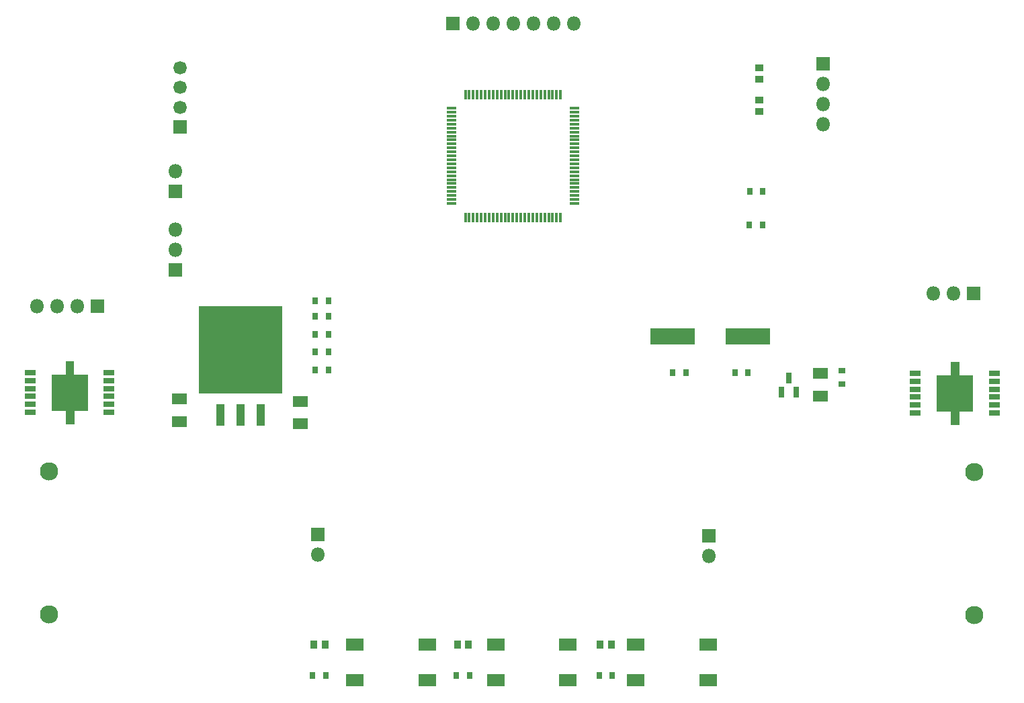
<source format=gbr>
%TF.GenerationSoftware,KiCad,Pcbnew,(5.1.6)-1*%
%TF.CreationDate,2020-09-14T15:10:25-05:00*%
%TF.ProjectId,Follower_Line_PCB_IM,466f6c6c-6f77-4657-925f-4c696e655f50,Iron Makers*%
%TF.SameCoordinates,Original*%
%TF.FileFunction,Soldermask,Top*%
%TF.FilePolarity,Negative*%
%FSLAX46Y46*%
G04 Gerber Fmt 4.6, Leading zero omitted, Abs format (unit mm)*
G04 Created by KiCad (PCBNEW (5.1.6)-1) date 2020-09-14 15:10:25*
%MOMM*%
%LPD*%
G01*
G04 APERTURE LIST*
%ADD10C,0.010000*%
%ADD11R,2.208200X1.497000*%
%ADD12R,1.450000X0.750000*%
%ADD13R,1.300000X0.399999*%
%ADD14R,0.399999X1.300000*%
%ADD15C,2.300000*%
%ADD16R,1.800000X1.800000*%
%ADD17O,1.800000X1.800000*%
%ADD18R,0.755600X0.900000*%
%ADD19R,1.852600X1.319200*%
%ADD20R,0.900000X0.755600*%
%ADD21C,1.690000*%
%ADD22R,1.690000X1.690000*%
%ADD23R,0.811200X0.989000*%
%ADD24R,0.989000X0.811200*%
%ADD25R,10.564800X10.971200*%
%ADD26R,1.116000X2.792400*%
%ADD27R,5.600000X2.100000*%
%ADD28R,0.658800X1.420800*%
G04 APERTURE END LIST*
D10*
%TO.C,DMB1*%
G36*
X190896600Y-101236700D02*
G01*
X195403300Y-101235850D01*
X195421700Y-105784150D01*
X190915000Y-105785000D01*
X190896600Y-101236700D01*
G37*
X190896600Y-101236700D02*
X195403300Y-101235850D01*
X195421700Y-105784150D01*
X190915000Y-105785000D01*
X190896600Y-101236700D01*
G36*
X192732800Y-99547600D02*
G01*
X193682800Y-99547600D01*
X193687900Y-107457200D01*
X192737900Y-107457200D01*
X192732800Y-99547600D01*
G37*
X192732800Y-99547600D02*
X193682800Y-99547600D01*
X193687900Y-107457200D01*
X192737900Y-107457200D01*
X192732800Y-99547600D01*
%TO.C,DMA1*%
G36*
X79376600Y-101146700D02*
G01*
X83883300Y-101145850D01*
X83901700Y-105694150D01*
X79395000Y-105695000D01*
X79376600Y-101146700D01*
G37*
X79376600Y-101146700D02*
X83883300Y-101145850D01*
X83901700Y-105694150D01*
X79395000Y-105695000D01*
X79376600Y-101146700D01*
G36*
X81212800Y-99457600D02*
G01*
X82162800Y-99457600D01*
X82167900Y-107367200D01*
X81217900Y-107367200D01*
X81212800Y-99457600D01*
G37*
X81212800Y-99457600D02*
X82162800Y-99457600D01*
X82167900Y-107367200D01*
X81217900Y-107367200D01*
X81212800Y-99457600D01*
%TD*%
D11*
%TO.C,RESET1*%
X162123200Y-135230000D03*
X162123200Y-139725800D03*
X153030000Y-139725800D03*
X153030000Y-135230000D03*
%TD*%
%TO.C,BOOT0*%
X126713200Y-135230000D03*
X126713200Y-139725800D03*
X117620000Y-139725800D03*
X117620000Y-135230000D03*
%TD*%
%TO.C,AM1*%
X144453200Y-135230000D03*
X144453200Y-139725800D03*
X135360000Y-139725800D03*
X135360000Y-135230000D03*
%TD*%
D12*
%TO.C,DMB1*%
X198165000Y-101010000D03*
X198165000Y-102010000D03*
X198165000Y-103010000D03*
X198165000Y-104010000D03*
X198165000Y-105010000D03*
X198165000Y-106010000D03*
X188215000Y-106010000D03*
X188215000Y-105010000D03*
X188215000Y-104010000D03*
X188215000Y-103010000D03*
X188215000Y-102010000D03*
X188215000Y-101010000D03*
%TD*%
%TO.C,DMA1*%
X86645000Y-100920000D03*
X86645000Y-101920000D03*
X86645000Y-102920000D03*
X86645000Y-103920000D03*
X86645000Y-104920000D03*
X86645000Y-105920000D03*
X76695000Y-105920000D03*
X76695000Y-104920000D03*
X76695000Y-103920000D03*
X76695000Y-102920000D03*
X76695000Y-101920000D03*
X76695000Y-100920000D03*
%TD*%
D13*
%TO.C,STM32*%
X145280000Y-79590001D03*
X145280000Y-79089999D03*
X145280000Y-78590000D03*
X145280000Y-78089999D03*
X145280000Y-77590000D03*
X145280000Y-77090001D03*
X145280000Y-76589999D03*
X145280000Y-76090000D03*
X145280000Y-75589999D03*
X145280000Y-75090000D03*
X145280000Y-74590001D03*
X145280000Y-74089999D03*
X145280000Y-73590001D03*
X145280000Y-73090001D03*
X145280000Y-72589999D03*
X145280000Y-72090000D03*
X145280000Y-71589999D03*
X145280000Y-71090000D03*
X145280000Y-70590001D03*
X145280000Y-70089999D03*
X145280000Y-69590000D03*
X145280000Y-69089999D03*
X145280000Y-68590000D03*
X145280000Y-68090001D03*
X145280000Y-67589999D03*
D14*
X143530001Y-65840000D03*
X143029999Y-65840000D03*
X142530000Y-65840000D03*
X142029999Y-65840000D03*
X141530000Y-65840000D03*
X141030001Y-65840000D03*
X140529999Y-65840000D03*
X140030000Y-65840000D03*
X139529999Y-65840000D03*
X139030000Y-65840000D03*
X138530001Y-65840000D03*
X138029999Y-65840000D03*
X137529999Y-65840000D03*
X137030001Y-65840000D03*
X136529999Y-65840000D03*
X136030000Y-65840000D03*
X135529999Y-65840000D03*
X135030000Y-65840000D03*
X134530001Y-65840000D03*
X134029999Y-65840000D03*
X133530000Y-65840000D03*
X133029999Y-65840000D03*
X132530000Y-65840000D03*
X132030001Y-65840000D03*
X131529999Y-65840000D03*
D13*
X129780000Y-67589999D03*
X129780000Y-68090001D03*
X129780000Y-68590000D03*
X129780000Y-69089999D03*
X129780000Y-69590000D03*
X129780000Y-70089999D03*
X129780000Y-70590001D03*
X129780000Y-71090000D03*
X129780000Y-71589999D03*
X129780000Y-72090000D03*
X129780000Y-72589999D03*
X129780000Y-73090001D03*
X129780000Y-73590001D03*
X129780000Y-74089999D03*
X129780000Y-74590001D03*
X129780000Y-75090000D03*
X129780000Y-75589999D03*
X129780000Y-76090000D03*
X129780000Y-76589999D03*
X129780000Y-77090001D03*
X129780000Y-77590000D03*
X129780000Y-78089999D03*
X129780000Y-78590000D03*
X129780000Y-79089999D03*
X129780000Y-79590001D03*
D14*
X131529999Y-81340000D03*
X132030001Y-81340000D03*
X132530000Y-81340000D03*
X133029999Y-81340000D03*
X133530000Y-81340000D03*
X134029999Y-81340000D03*
X134530001Y-81340000D03*
X135030000Y-81340000D03*
X135529999Y-81340000D03*
X136030000Y-81340000D03*
X136529999Y-81340000D03*
X137030001Y-81340000D03*
X137529999Y-81340000D03*
X138029999Y-81340000D03*
X138530001Y-81340000D03*
X139030000Y-81340000D03*
X139529999Y-81340000D03*
X140030000Y-81340000D03*
X140529999Y-81340000D03*
X141030001Y-81340000D03*
X141530000Y-81340000D03*
X142029999Y-81340000D03*
X142530000Y-81340000D03*
X143029999Y-81340000D03*
X143530001Y-81340000D03*
%TD*%
D15*
%TO.C,     *%
X195657000Y-131499600D03*
X195657000Y-113440200D03*
%TD*%
%TO.C,     *%
X79093000Y-131419800D03*
X79093000Y-113360400D03*
%TD*%
D16*
%TO.C,ADT1*%
X95030000Y-78060000D03*
D17*
X95030000Y-75520000D03*
%TD*%
D18*
%TO.C,C1*%
X148392200Y-139090000D03*
X150047800Y-139090000D03*
%TD*%
%TO.C,C2*%
X113957800Y-139080000D03*
X112302200Y-139080000D03*
%TD*%
%TO.C,C3*%
X159300000Y-100920000D03*
X157644400Y-100920000D03*
%TD*%
%TO.C,C4*%
X167147800Y-100930000D03*
X165492200Y-100930000D03*
%TD*%
%TO.C,C5*%
X168985200Y-82343800D03*
X167329600Y-82343800D03*
%TD*%
%TO.C,C6*%
X167342800Y-78110800D03*
X168998400Y-78110800D03*
%TD*%
D19*
%TO.C,C7*%
X95470000Y-107112400D03*
X95470000Y-104267600D03*
%TD*%
%TO.C,C8*%
X110740000Y-104550000D03*
X110740000Y-107394800D03*
%TD*%
D18*
%TO.C,C9*%
X112612200Y-100560000D03*
X114267800Y-100560000D03*
%TD*%
%TO.C,C10*%
X114267800Y-98270000D03*
X112612200Y-98270000D03*
%TD*%
%TO.C,C11*%
X112612200Y-96080000D03*
X114267800Y-96080000D03*
%TD*%
%TO.C,C12*%
X114267800Y-93860000D03*
X112612200Y-93860000D03*
%TD*%
%TO.C,C13*%
X112610000Y-91840000D03*
X114265600Y-91840000D03*
%TD*%
D19*
%TO.C,C14*%
X176250000Y-103900000D03*
X176250000Y-101055200D03*
%TD*%
D20*
%TO.C,C15*%
X178950000Y-102347800D03*
X178950000Y-100692200D03*
%TD*%
D18*
%TO.C,C16*%
X132040000Y-139110000D03*
X130384400Y-139110000D03*
%TD*%
D16*
%TO.C,CA1*%
X85170000Y-92550000D03*
D17*
X82630000Y-92550000D03*
X80090000Y-92550000D03*
X77550000Y-92550000D03*
%TD*%
%TO.C,DT1*%
X94990000Y-82920000D03*
X94990000Y-85460000D03*
D16*
X94990000Y-88000000D03*
%TD*%
D17*
%TO.C,IR1*%
X190540000Y-90900000D03*
X193080000Y-90900000D03*
D16*
X195620000Y-90900000D03*
%TD*%
D21*
%TO.C,LIPO_3S1*%
X95620000Y-62480000D03*
X95620000Y-64980000D03*
X95620000Y-67480000D03*
D22*
X95620000Y-69980000D03*
%TD*%
D17*
%TO.C,MA1*%
X112930000Y-123890000D03*
D16*
X112930000Y-121350000D03*
%TD*%
%TO.C,MB1*%
X162220000Y-121520000D03*
D17*
X162220000Y-124060000D03*
%TD*%
D23*
%TO.C,R1*%
X148533000Y-135230000D03*
X149930000Y-135230000D03*
%TD*%
%TO.C,R2*%
X112461500Y-135220000D03*
X113858500Y-135220000D03*
%TD*%
D24*
%TO.C,R3*%
X168550000Y-67958500D03*
X168550000Y-66561500D03*
%TD*%
%TO.C,R4*%
X168572400Y-63916600D03*
X168572400Y-62519600D03*
%TD*%
D23*
%TO.C,R5*%
X131950000Y-135230000D03*
X130553000Y-135230000D03*
%TD*%
D25*
%TO.C,RV-3.3V1*%
X103180000Y-98020000D03*
D26*
X105720000Y-106300400D03*
X103180000Y-106300400D03*
X100640000Y-106300400D03*
%TD*%
D17*
%TO.C,S1*%
X145170000Y-56930000D03*
X142630000Y-56930000D03*
X140090000Y-56930000D03*
X137550000Y-56930000D03*
X135010000Y-56930000D03*
X132470000Y-56930000D03*
D16*
X129930000Y-56930000D03*
%TD*%
%TO.C,ST-LINKV2*%
X176600000Y-61980000D03*
D17*
X176600000Y-64520000D03*
X176600000Y-67060000D03*
X176600000Y-69600000D03*
%TD*%
D27*
%TO.C,Y1*%
X167140000Y-96330000D03*
X157640000Y-96330000D03*
%TD*%
D28*
%TO.C,Z1*%
X172310000Y-101582750D03*
X173262500Y-103375200D03*
X171357500Y-103375200D03*
%TD*%
M02*

</source>
